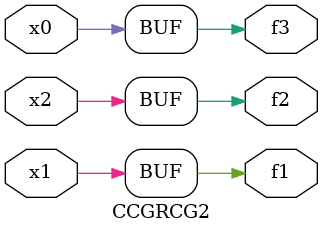
<source format=v>
module CCGRCG2(
	input x0, x1, x2,
	output f1, f2, f3
);
	assign f1 = x1;
	assign f2 = x2;
	assign f3 = x0;
endmodule

</source>
